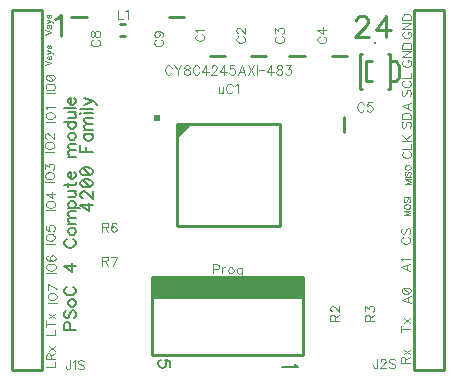
<source format=gbr>
G04 DipTrace 3.1.0.1*
G04 TopSilk.gbr*
%MOIN*%
G04 #@! TF.FileFunction,Legend,Top*
G04 #@! TF.Part,Single*
%ADD10C,0.01*%
%ADD26C,0.01181*%
%ADD28C,0.023646*%
%ADD56C,0.004632*%
%ADD57C,0.010807*%
%ADD58C,0.006176*%
%ADD59C,0.003088*%
%ADD60C,0.00772*%
%FSLAX26Y26*%
G04*
G70*
G90*
G75*
G01*
G04 TopSilk*
%LPD*%
X1112579Y1450767D2*
D10*
X1061437D1*
X1248799D2*
X1197658D1*
X1377933D2*
X1326792D1*
X1519272D2*
X1468130D1*
X1508247Y1198445D2*
Y1249587D1*
X600020Y1581124D2*
X651162D1*
X924036Y1580730D2*
X975177D1*
X403544Y404331D2*
X503544D1*
X403544Y1604331D2*
Y404331D1*
Y1604331D2*
X503544D1*
Y1528731D1*
Y404331D1*
X1742126D2*
X1842126D1*
X1742126Y1604331D2*
Y404331D1*
Y1604331D2*
X1842126D1*
Y1528731D1*
Y404331D1*
X762953Y1559465D2*
X778780D1*
X762953Y1520063D2*
X778780D1*
X1373229Y454327D2*
X867323D1*
Y714173D1*
X1373229D1*
Y454327D1*
G36*
X1369282Y643308D2*
X871269D1*
Y712191D1*
X1369282D1*
Y643308D1*
G37*
X1582671Y1435043D2*
D10*
Y1368117D1*
X1562992Y1460660D2*
Y1342537D1*
X1661414Y1460660D2*
Y1342537D1*
X1582671Y1368117D2*
X1602363D1*
X1582671Y1435043D2*
X1602363D1*
X1562992Y1342537D2*
X1568904D1*
X1562992Y1460660D2*
X1568904D1*
X1661414Y1342537D2*
X1655515D1*
X1661414Y1460660D2*
X1655515D1*
X1661414Y1435043D2*
X1683076D1*
X1690945Y1419296D1*
Y1383883D1*
X1661414Y1368117D2*
X1683076D1*
X1690945Y1383883D1*
D26*
X1612209Y1496100D3*
X951599Y1226748D2*
D10*
X1294071D1*
Y884276D1*
X951599D1*
Y1226748D1*
D28*
X886612Y1244495D3*
G36*
X952378Y1225189D2*
X989744Y1224410D1*
X952378Y1225189D1*
G37*
G36*
X957471Y1228723D2*
X1004710D1*
X949624Y1173636D1*
X957471Y1228723D1*
G37*
X1020710Y1524175D2*
D56*
X1017858Y1522749D1*
X1014973Y1519864D1*
X1013547Y1517012D1*
Y1511275D1*
X1014973Y1508390D1*
X1017858Y1505538D1*
X1020710Y1504079D1*
X1025021Y1502653D1*
X1032217D1*
X1036495Y1504079D1*
X1039380Y1505538D1*
X1042232Y1508390D1*
X1043691Y1511275D1*
Y1517012D1*
X1042232Y1519863D1*
X1039380Y1522749D1*
X1036495Y1524174D1*
X1019317Y1533438D2*
X1017858Y1536323D1*
X1013580Y1540634D1*
X1043691D1*
X1156930Y1517725D2*
X1154078Y1516299D1*
X1151193Y1513414D1*
X1149767Y1510562D1*
Y1504825D1*
X1151193Y1501940D1*
X1154078Y1499088D1*
X1156930Y1497629D1*
X1161241Y1496203D1*
X1168437D1*
X1172715Y1497629D1*
X1175600Y1499088D1*
X1178452Y1501940D1*
X1179911Y1504825D1*
Y1510562D1*
X1178452Y1513413D1*
X1175600Y1516299D1*
X1172715Y1517725D1*
X1156963Y1528447D2*
X1155537D1*
X1152652Y1529873D1*
X1151226Y1531299D1*
X1149800Y1534184D1*
Y1539921D1*
X1151226Y1542773D1*
X1152652Y1544199D1*
X1155537Y1545658D1*
X1158389D1*
X1161274Y1544199D1*
X1165552Y1541347D1*
X1179911Y1526988D1*
Y1547084D1*
X1286064Y1517725D2*
X1283212Y1516299D1*
X1280327Y1513414D1*
X1278901Y1510562D1*
Y1504825D1*
X1280327Y1501940D1*
X1283212Y1499088D1*
X1286064Y1497629D1*
X1290375Y1496203D1*
X1297571D1*
X1301849Y1497629D1*
X1304734Y1499088D1*
X1307586Y1501940D1*
X1309045Y1504825D1*
Y1510562D1*
X1307586Y1513413D1*
X1304734Y1516299D1*
X1301849Y1517725D1*
X1278934Y1529873D2*
Y1545625D1*
X1290408Y1537036D1*
Y1541347D1*
X1291834Y1544199D1*
X1293260Y1545625D1*
X1297571Y1547084D1*
X1300423D1*
X1304734Y1545625D1*
X1307619Y1542773D1*
X1309045Y1538462D1*
Y1534151D1*
X1307619Y1529873D1*
X1306160Y1528447D1*
X1303308Y1526988D1*
X1427403Y1517012D2*
X1424551Y1515586D1*
X1421666Y1512701D1*
X1420240Y1509849D1*
Y1504112D1*
X1421666Y1501227D1*
X1424551Y1498375D1*
X1427403Y1496916D1*
X1431714Y1495490D1*
X1438910D1*
X1443188Y1496916D1*
X1446073Y1498375D1*
X1448925Y1501227D1*
X1450384Y1504112D1*
Y1509849D1*
X1448925Y1512701D1*
X1446073Y1515586D1*
X1443188Y1517012D1*
X1450384Y1540634D2*
X1420273D1*
X1440336Y1526275D1*
Y1547797D1*
X1575205Y1290314D2*
X1573779Y1293166D1*
X1570894Y1296051D1*
X1568042Y1297477D1*
X1562305D1*
X1559420Y1296051D1*
X1556568Y1293166D1*
X1555109Y1290314D1*
X1553683Y1286003D1*
Y1278807D1*
X1555109Y1274529D1*
X1556568Y1271644D1*
X1559420Y1268792D1*
X1562305Y1267333D1*
X1568042D1*
X1570894Y1268792D1*
X1573779Y1271644D1*
X1575205Y1274529D1*
X1601679Y1297444D2*
X1587353D1*
X1585927Y1284544D1*
X1587353Y1285970D1*
X1591664Y1287429D1*
X1595942D1*
X1600253Y1285970D1*
X1603138Y1283118D1*
X1604564Y1278807D1*
Y1275955D1*
X1603138Y1271644D1*
X1600253Y1268759D1*
X1595942Y1267333D1*
X1591664D1*
X1587353Y1268759D1*
X1585927Y1270218D1*
X1584468Y1273070D1*
X672457Y1506345D2*
X669605Y1504919D1*
X666720Y1502034D1*
X665294Y1499182D1*
Y1493445D1*
X666720Y1490560D1*
X669605Y1487708D1*
X672456Y1486249D1*
X676767Y1484823D1*
X683964D1*
X688241Y1486249D1*
X691127Y1487708D1*
X693978Y1490560D1*
X695438Y1493445D1*
Y1499182D1*
X693978Y1502034D1*
X691127Y1504919D1*
X688242Y1506345D1*
X665327Y1522771D2*
X666753Y1518493D1*
X669605Y1517034D1*
X672490D1*
X675342Y1518493D1*
X676801Y1521345D1*
X678227Y1527082D1*
X679653Y1531393D1*
X682538Y1534245D1*
X685390Y1535671D1*
X689701D1*
X692553Y1534245D1*
X694012Y1532819D1*
X695438Y1528508D1*
Y1522771D1*
X694012Y1518493D1*
X692553Y1517034D1*
X689701Y1515608D1*
X685390D1*
X682538Y1517034D1*
X679653Y1519919D1*
X678227Y1524197D1*
X676801Y1529934D1*
X675342Y1532819D1*
X672490Y1534245D1*
X669605D1*
X666753Y1532819D1*
X665327Y1528508D1*
Y1522771D1*
X883308Y1506648D2*
X880456Y1505222D1*
X877571Y1502336D1*
X876145Y1499485D1*
Y1493748D1*
X877571Y1490863D1*
X880456Y1488011D1*
X883308Y1486552D1*
X887619Y1485126D1*
X894815D1*
X899093Y1486552D1*
X901978Y1488011D1*
X904830Y1490863D1*
X906289Y1493748D1*
Y1499485D1*
X904830Y1502336D1*
X901978Y1505222D1*
X899093Y1506647D1*
X886193Y1534581D2*
X890504Y1533122D1*
X893389Y1530270D1*
X894815Y1525959D1*
Y1524533D1*
X893389Y1520222D1*
X890504Y1517370D1*
X886193Y1515911D1*
X884767D1*
X880456Y1517370D1*
X877604Y1520222D1*
X876178Y1524533D1*
Y1525959D1*
X877604Y1530270D1*
X880456Y1533122D1*
X886193Y1534581D1*
X893389D1*
X900552Y1533122D1*
X904863Y1530270D1*
X906289Y1525959D1*
Y1523107D1*
X904863Y1518796D1*
X901978Y1517370D1*
X596081Y438422D2*
Y415474D1*
X594655Y411163D1*
X593196Y409737D1*
X590344Y408278D1*
X587459D1*
X584607Y409737D1*
X583181Y411163D1*
X581722Y415474D1*
Y418326D1*
X605345Y432652D2*
X608230Y434111D1*
X612541Y438389D1*
Y408278D1*
X641900Y434111D2*
X639048Y436996D1*
X634737Y438422D1*
X629000D1*
X624689Y436996D1*
X621804Y434111D1*
Y431259D1*
X623263Y428374D1*
X624689Y426948D1*
X627541Y425522D1*
X636163Y422637D1*
X639048Y421211D1*
X640474Y419752D1*
X641900Y416900D1*
Y412589D1*
X639048Y409737D1*
X634737Y408278D1*
X629000D1*
X624689Y409737D1*
X621804Y412589D1*
X1620340Y442359D2*
Y419411D1*
X1618914Y415100D1*
X1617455Y413674D1*
X1614603Y412215D1*
X1611718D1*
X1608866Y413674D1*
X1607440Y415100D1*
X1605981Y419411D1*
Y422263D1*
X1631063Y435163D2*
Y436589D1*
X1632488Y439474D1*
X1633914Y440900D1*
X1636800Y442326D1*
X1642536D1*
X1645388Y440900D1*
X1646814Y439474D1*
X1648273Y436589D1*
Y433737D1*
X1646814Y430852D1*
X1643962Y426574D1*
X1629603Y412215D1*
X1649699D1*
X1679059Y438048D2*
X1676207Y440933D1*
X1671896Y442359D1*
X1666159D1*
X1661848Y440933D1*
X1658963Y438048D1*
Y435196D1*
X1660422Y432311D1*
X1661848Y430885D1*
X1664700Y429459D1*
X1673322Y426574D1*
X1676207Y425148D1*
X1677633Y423689D1*
X1679059Y420837D1*
Y416526D1*
X1676207Y413674D1*
X1671896Y412215D1*
X1666159D1*
X1661848Y413674D1*
X1658963Y416526D1*
X754031Y1607320D2*
Y1577176D1*
X771242D1*
X780506Y1601550D2*
X783391Y1603009D1*
X787702Y1607287D1*
Y1577176D1*
X1072638Y742322D2*
X1085572D1*
X1089849Y743748D1*
X1091308Y745207D1*
X1092734Y748059D1*
Y752370D1*
X1091308Y755222D1*
X1089849Y756681D1*
X1085572Y758107D1*
X1072638D1*
Y727963D1*
X1101998Y748059D2*
Y727963D1*
Y739437D2*
X1103457Y743748D1*
X1106309Y746633D1*
X1109194Y748059D1*
X1113505D1*
X1129932D2*
X1127080Y746633D1*
X1124195Y743748D1*
X1122769Y739437D1*
Y736585D1*
X1124195Y732274D1*
X1127080Y729422D1*
X1129932Y727963D1*
X1134243D1*
X1137128Y729422D1*
X1139980Y732274D1*
X1141439Y736585D1*
Y739437D1*
X1139980Y743748D1*
X1137128Y746633D1*
X1134243Y748059D1*
X1129932D1*
X1167913Y746633D2*
Y723652D1*
X1166487Y719374D1*
X1165061Y717915D1*
X1162176Y716489D1*
X1157865D1*
X1155013Y717915D1*
X1167913Y742322D2*
X1165061Y745174D1*
X1162176Y746633D1*
X1157865D1*
X1155013Y745174D1*
X1152128Y742322D1*
X1150702Y738011D1*
Y735126D1*
X1152128Y730848D1*
X1155013Y727963D1*
X1157865Y726537D1*
X1162176D1*
X1165061Y727963D1*
X1167913Y730848D1*
X1477512Y570548D2*
Y583448D1*
X1476053Y587759D1*
X1474627Y589218D1*
X1471775Y590644D1*
X1468890D1*
X1466038Y589218D1*
X1464579Y587759D1*
X1463153Y583448D1*
Y570548D1*
X1493297D1*
X1477512Y580596D2*
X1493297Y590644D1*
X1470349Y601367D2*
X1468923D1*
X1466038Y602793D1*
X1464612Y604219D1*
X1463186Y607104D1*
Y612841D1*
X1464612Y615693D1*
X1466038Y617119D1*
X1468923Y618578D1*
X1471775D1*
X1474660Y617119D1*
X1478938Y614267D1*
X1493297Y599908D1*
Y620004D1*
X1594047Y570548D2*
Y583448D1*
X1592588Y587759D1*
X1591162Y589218D1*
X1588311Y590644D1*
X1585425D1*
X1582574Y589218D1*
X1581114Y587759D1*
X1579688Y583448D1*
Y570548D1*
X1609832D1*
X1594047Y580596D2*
X1609832Y590644D1*
X1579722Y602793D2*
Y618545D1*
X1591196Y609956D1*
Y614267D1*
X1592622Y617119D1*
X1594047Y618544D1*
X1598359Y620004D1*
X1601210D1*
X1605521Y618544D1*
X1608406Y615693D1*
X1609832Y611382D1*
Y607071D1*
X1608407Y602793D1*
X1606947Y601367D1*
X1604095Y599908D1*
X703561Y881937D2*
X716461D1*
X720772Y883396D1*
X722231Y884822D1*
X723657Y887674D1*
Y890559D1*
X722231Y893411D1*
X720772Y894870D1*
X716461Y896296D1*
X703561D1*
Y866152D1*
X713609Y881937D2*
X723657Y866152D1*
X750132Y891985D2*
X748706Y894837D1*
X744395Y896263D1*
X741543D1*
X737232Y894837D1*
X734347Y890526D1*
X732921Y883363D1*
Y876200D1*
X734347Y870463D1*
X737232Y867578D1*
X741543Y866152D1*
X742969D1*
X747246Y867578D1*
X750132Y870463D1*
X751557Y874774D1*
Y876200D1*
X750132Y880511D1*
X747246Y883363D1*
X742969Y884789D1*
X741543D1*
X737232Y883363D1*
X734347Y880511D1*
X732921Y876200D1*
X702831Y769339D2*
X715731D1*
X720042Y770798D1*
X721502Y772224D1*
X722927Y775076D1*
Y777961D1*
X721502Y780813D1*
X720042Y782272D1*
X715731Y783698D1*
X702831D1*
Y753554D1*
X712879Y769339D2*
X722927Y753554D1*
X737928D2*
X752287Y783665D1*
X732191D1*
X1091320Y1349240D2*
Y1334881D1*
X1092746Y1330604D1*
X1095631Y1329144D1*
X1099942D1*
X1102794Y1330604D1*
X1107105Y1334881D1*
Y1349240D2*
Y1329144D1*
X1137890Y1352125D2*
X1136464Y1354977D1*
X1133579Y1357862D1*
X1130727Y1359288D1*
X1124990D1*
X1122105Y1357862D1*
X1119253Y1354977D1*
X1117794Y1352125D1*
X1116368Y1347814D1*
Y1340618D1*
X1117794Y1336340D1*
X1119253Y1333455D1*
X1122105Y1330604D1*
X1124990Y1329144D1*
X1130727D1*
X1133579Y1330604D1*
X1136464Y1333455D1*
X1137890Y1336340D1*
X1147154Y1353518D2*
X1150039Y1354977D1*
X1154350Y1359255D1*
Y1329144D1*
X547291Y1575632D2*
D57*
X554023Y1579036D1*
X564082Y1589018D1*
Y1518759D1*
X1550302Y1569155D2*
Y1572482D1*
X1553629Y1579214D1*
X1556956Y1582541D1*
X1563688Y1585868D1*
X1577075D1*
X1583729Y1582541D1*
X1587056Y1579214D1*
X1590461Y1572482D1*
Y1565828D1*
X1587056Y1559096D1*
X1580402Y1549114D1*
X1546897Y1515610D1*
X1593788D1*
X1648907D2*
Y1585868D1*
X1615403Y1539055D1*
X1665621D1*
X596463Y538533D2*
D58*
Y555777D1*
X594562Y561481D1*
X592616Y563426D1*
X588814Y565328D1*
X583066D1*
X579263Y563426D1*
X577318Y561481D1*
X575416Y555777D1*
Y538533D1*
X615608D1*
X581164Y604474D2*
X577318Y600671D1*
X575416Y594923D1*
Y587274D1*
X577318Y581526D1*
X581164Y577679D1*
X584967D1*
X588814Y579625D1*
X590715Y581526D1*
X592616Y585328D1*
X596463Y596824D1*
X598364Y600671D1*
X600310Y602572D1*
X604112Y604474D1*
X609860D1*
X613663Y600671D1*
X615608Y594923D1*
Y587274D1*
X613663Y581526D1*
X609860Y577679D1*
X588814Y626376D2*
X590715Y622573D1*
X594562Y618726D1*
X600310Y616825D1*
X604112D1*
X609860Y618726D1*
X613663Y622573D1*
X615608Y626376D1*
Y632124D1*
X613663Y635970D1*
X609860Y639773D1*
X604112Y641718D1*
X600310D1*
X594562Y639773D1*
X590715Y635970D1*
X588814Y632124D1*
Y626376D1*
X584967Y682766D2*
X581164Y680865D1*
X577318Y677018D1*
X575416Y673215D1*
Y665566D1*
X577318Y661719D1*
X581164Y657917D1*
X584967Y655971D1*
X590715Y654070D1*
X600310D1*
X606013Y655971D1*
X609860Y657917D1*
X613663Y661719D1*
X615608Y665566D1*
Y673215D1*
X613663Y677018D1*
X609860Y680865D1*
X606013Y682766D1*
X615608Y753143D2*
X575460D1*
X602211Y733998D1*
Y762694D1*
X584967Y842622D2*
X581164Y840721D1*
X577318Y836874D1*
X575416Y833071D1*
Y825422D1*
X577318Y821575D1*
X581164Y817773D1*
X584967Y815827D1*
X590715Y813926D1*
X600310D1*
X606013Y815827D1*
X609860Y817773D1*
X613663Y821575D1*
X615608Y825422D1*
Y833071D1*
X613663Y836874D1*
X609860Y840721D1*
X606013Y842622D1*
X588814Y864524D2*
X590715Y860721D1*
X594562Y856875D1*
X600310Y854973D1*
X604112D1*
X609860Y856875D1*
X613663Y860721D1*
X615608Y864524D1*
Y870272D1*
X613663Y874119D1*
X609860Y877921D1*
X604112Y879867D1*
X600310D1*
X594562Y877921D1*
X590715Y874119D1*
X588814Y870272D1*
Y864524D1*
Y892218D2*
X615608D1*
X596463D2*
X590715Y897966D1*
X588814Y901813D1*
Y907517D1*
X590715Y911364D1*
X596463Y913265D1*
X615608D1*
X596463D2*
X590715Y919013D1*
X588814Y922860D1*
Y928563D1*
X590715Y932410D1*
X596463Y934356D1*
X615608D1*
X588814Y946707D2*
X629006D1*
X594562D2*
X590759Y950554D1*
X588814Y954356D1*
Y960104D1*
X590759Y963951D1*
X594562Y967754D1*
X600310Y969699D1*
X604156D1*
X609860Y967754D1*
X613707Y963951D1*
X615608Y960104D1*
Y954356D1*
X613707Y950554D1*
X609860Y946707D1*
X588814Y982051D2*
X607959D1*
X613663Y983952D1*
X615608Y987799D1*
Y993547D1*
X613663Y997349D1*
X607959Y1003097D1*
X588814D2*
X615608D1*
X575416Y1021197D2*
X607959D1*
X613663Y1023098D1*
X615608Y1026945D1*
Y1030747D1*
X588814Y1015449D2*
Y1028846D1*
X600310Y1043099D2*
Y1066047D1*
X596463D1*
X592616Y1064145D1*
X590715Y1062244D1*
X588814Y1058397D1*
Y1052649D1*
X590715Y1048847D1*
X594562Y1045000D1*
X600310Y1043099D1*
X604112D1*
X609860Y1045000D1*
X613663Y1048847D1*
X615608Y1052649D1*
Y1058397D1*
X613663Y1062244D1*
X609860Y1066047D1*
X588814Y1117279D2*
X615608D1*
X596463D2*
X590715Y1123027D1*
X588814Y1126874D1*
Y1132577D1*
X590715Y1136424D1*
X596463Y1138325D1*
X615608D1*
X596463D2*
X590715Y1144073D1*
X588814Y1147920D1*
Y1153624D1*
X590715Y1157471D1*
X596463Y1159416D1*
X615608D1*
X588814Y1181318D2*
X590715Y1177516D1*
X594562Y1173669D1*
X600310Y1171768D1*
X604112D1*
X609860Y1173669D1*
X613663Y1177516D1*
X615608Y1181318D1*
Y1187066D1*
X613663Y1190913D1*
X609860Y1194716D1*
X604112Y1196661D1*
X600310D1*
X594562Y1194716D1*
X590715Y1190913D1*
X588814Y1187066D1*
Y1181318D1*
X575416Y1231960D2*
X615608D1*
X594562D2*
X590715Y1228158D1*
X588814Y1224311D1*
Y1218563D1*
X590715Y1214760D1*
X594562Y1210914D1*
X600310Y1209012D1*
X604112D1*
X609860Y1210914D1*
X613663Y1214760D1*
X615608Y1218563D1*
Y1224311D1*
X613663Y1228158D1*
X609860Y1231960D1*
X588814Y1244312D2*
X607959D1*
X613663Y1246213D1*
X615608Y1250060D1*
Y1255808D1*
X613663Y1259610D1*
X607959Y1265358D1*
X588814D2*
X615608D1*
X575416Y1277710D2*
X615608D1*
X600310Y1290061D2*
Y1313009D1*
X596463D1*
X592616Y1311108D1*
X590715Y1309207D1*
X588814Y1305360D1*
Y1299612D1*
X590715Y1295809D1*
X594562Y1291962D1*
X600310Y1290061D1*
X604112D1*
X609860Y1291962D1*
X613663Y1295809D1*
X615608Y1299612D1*
Y1305360D1*
X613663Y1309207D1*
X609860Y1313009D1*
X670726Y954135D2*
X630579D1*
X657329Y934990D1*
Y963686D1*
X640129Y977983D2*
X638228D1*
X634381Y979884D1*
X632480Y981785D1*
X630579Y985632D1*
Y993281D1*
X632480Y997084D1*
X634381Y998985D1*
X638228Y1000930D1*
X642030D1*
X645877Y998985D1*
X651581Y995182D1*
X670726Y976037D1*
Y1002832D1*
X630579Y1026679D2*
X632480Y1020931D1*
X638228Y1017084D1*
X647779Y1015183D1*
X653527D1*
X663077Y1017084D1*
X668825Y1020931D1*
X670726Y1026679D1*
Y1030482D1*
X668825Y1036230D1*
X663077Y1040032D1*
X653527Y1041978D1*
X647778D1*
X638228Y1040032D1*
X632480Y1036230D1*
X630579Y1030482D1*
Y1026679D1*
X638228Y1040032D2*
X663077Y1017084D1*
X630579Y1065825D2*
X632480Y1060077D1*
X638228Y1056230D1*
X647778Y1054329D1*
X653527D1*
X663077Y1056230D1*
X668825Y1060077D1*
X670726Y1065825D1*
Y1069628D1*
X668825Y1075376D1*
X663077Y1079178D1*
X653527Y1081124D1*
X647778D1*
X638228Y1079178D1*
X632480Y1075376D1*
X630579Y1069628D1*
Y1065825D1*
X638228Y1079178D2*
X663077Y1056230D1*
X630534Y1157249D2*
Y1132356D1*
X670726D1*
X649680D2*
Y1147655D1*
X643932Y1192549D2*
X670726D1*
X649680D2*
X645833Y1188746D1*
X643932Y1184899D1*
Y1179196D1*
X645833Y1175349D1*
X649680Y1171546D1*
X655428Y1169601D1*
X659230D1*
X664978Y1171546D1*
X668781Y1175349D1*
X670726Y1179196D1*
Y1184899D1*
X668781Y1188746D1*
X664978Y1192549D1*
X643932Y1204900D2*
X670726D1*
X651581D2*
X645833Y1210648D1*
X643932Y1214495D1*
Y1220199D1*
X645833Y1224045D1*
X651581Y1225947D1*
X670726D1*
X651581D2*
X645833Y1231695D1*
X643932Y1235541D1*
Y1241245D1*
X645833Y1245092D1*
X651581Y1247038D1*
X670726D1*
X630534Y1259389D2*
X632436Y1261290D1*
X630534Y1263236D1*
X628589Y1261290D1*
X630534Y1259389D1*
X643932Y1261290D2*
X670726D1*
X630534Y1275587D2*
X670726D1*
X643932Y1289884D2*
X670726Y1301336D1*
X678376Y1297533D1*
X682222Y1293687D1*
X684124Y1289884D1*
Y1287938D1*
X643932Y1312832D2*
X670726Y1301336D1*
X934229Y1413610D2*
D56*
X932803Y1416461D1*
X929918Y1419347D1*
X927066Y1420773D1*
X921329D1*
X918444Y1419347D1*
X915592Y1416461D1*
X914133Y1413610D1*
X912707Y1409299D1*
Y1402102D1*
X914133Y1397825D1*
X915592Y1394940D1*
X918444Y1392088D1*
X921329Y1390629D1*
X927066D1*
X929918Y1392088D1*
X932803Y1394940D1*
X934229Y1397825D1*
X943493Y1420773D2*
X954967Y1406413D1*
Y1390629D1*
X966441Y1420773D2*
X954967Y1406413D1*
X982867Y1420739D2*
X978589Y1419313D1*
X977130Y1416461D1*
Y1413576D1*
X978589Y1410725D1*
X981441Y1409265D1*
X987178Y1407839D1*
X991489Y1406413D1*
X994341Y1403528D1*
X995767Y1400677D1*
Y1396365D1*
X994341Y1393514D1*
X992915Y1392054D1*
X988604Y1390629D1*
X982867D1*
X978589Y1392054D1*
X977130Y1393514D1*
X975704Y1396365D1*
Y1400677D1*
X977130Y1403528D1*
X980015Y1406413D1*
X984293Y1407839D1*
X990030Y1409265D1*
X992915Y1410725D1*
X994341Y1413576D1*
Y1416461D1*
X992915Y1419313D1*
X988604Y1420739D1*
X982867D1*
X1026552Y1413610D2*
X1025127Y1416461D1*
X1022241Y1419347D1*
X1019390Y1420773D1*
X1013653D1*
X1010768Y1419347D1*
X1007916Y1416461D1*
X1006456Y1413610D1*
X1005031Y1409299D1*
Y1402102D1*
X1006456Y1397825D1*
X1007916Y1394940D1*
X1010768Y1392088D1*
X1013653Y1390629D1*
X1019390D1*
X1022241Y1392088D1*
X1025127Y1394940D1*
X1026552Y1397825D1*
X1050175Y1390629D2*
Y1420739D1*
X1035816Y1400677D1*
X1057338D1*
X1068061Y1413576D2*
Y1415002D1*
X1069487Y1417887D1*
X1070913Y1419313D1*
X1073798Y1420739D1*
X1079535D1*
X1082387Y1419313D1*
X1083812Y1417887D1*
X1085272Y1415002D1*
Y1412150D1*
X1083812Y1409265D1*
X1080961Y1404988D1*
X1066602Y1390629D1*
X1086698D1*
X1110320D2*
Y1420739D1*
X1095961Y1400677D1*
X1117483D1*
X1143958Y1420739D2*
X1129632D1*
X1128206Y1407839D1*
X1129632Y1409265D1*
X1133943Y1410725D1*
X1138221D1*
X1142532Y1409265D1*
X1145417Y1406413D1*
X1146843Y1402102D1*
Y1399251D1*
X1145417Y1394940D1*
X1142532Y1392054D1*
X1138221Y1390629D1*
X1133943D1*
X1129632Y1392054D1*
X1128206Y1393514D1*
X1126747Y1396365D1*
X1179087Y1390629D2*
X1167580Y1420773D1*
X1156106Y1390629D1*
X1160417Y1400677D2*
X1174776D1*
X1188351Y1420773D2*
X1208447Y1390629D1*
Y1420773D2*
X1188351Y1390629D1*
X1217710Y1420773D2*
Y1390629D1*
X1226974Y1405684D2*
X1243555D1*
X1267177Y1390629D2*
Y1420739D1*
X1252818Y1400677D1*
X1274340D1*
X1290767Y1420739D2*
X1286489Y1419313D1*
X1285030Y1416461D1*
Y1413576D1*
X1286489Y1410725D1*
X1289341Y1409265D1*
X1295078Y1407839D1*
X1299389Y1406413D1*
X1302241Y1403528D1*
X1303667Y1400677D1*
Y1396365D1*
X1302241Y1393514D1*
X1300815Y1392054D1*
X1296504Y1390629D1*
X1290767D1*
X1286489Y1392054D1*
X1285030Y1393514D1*
X1283604Y1396365D1*
Y1400677D1*
X1285030Y1403528D1*
X1287915Y1406413D1*
X1292193Y1407839D1*
X1297930Y1409265D1*
X1300815Y1410725D1*
X1302241Y1413576D1*
Y1416461D1*
X1300815Y1419313D1*
X1296504Y1420739D1*
X1290767D1*
X1315815D2*
X1331567D1*
X1322978Y1409265D1*
X1327289D1*
X1330141Y1407839D1*
X1331567Y1406413D1*
X1333026Y1402102D1*
Y1399251D1*
X1331567Y1394940D1*
X1328715Y1392054D1*
X1324404Y1390629D1*
X1320093D1*
X1315815Y1392054D1*
X1314389Y1393514D1*
X1312930Y1396365D1*
X512294Y1523347D2*
D59*
X532390Y1530997D1*
X512294Y1538646D1*
X521867Y1555345D2*
X519944Y1554394D1*
X518993Y1551520D1*
Y1548646D1*
X519944Y1545772D1*
X521867Y1544822D1*
X523768Y1545772D1*
X524741Y1547696D1*
X525692Y1552471D1*
X526642Y1554394D1*
X528566Y1555345D1*
X529516D1*
X531417Y1554394D1*
X532390Y1551520D1*
Y1548646D1*
X531417Y1545772D1*
X529516Y1544822D1*
X518993Y1562493D2*
X532390Y1568219D1*
X536215Y1566318D1*
X538138Y1564395D1*
X539089Y1562493D1*
Y1561521D1*
X518993Y1573967D2*
X532390Y1568219D1*
X521867Y1590666D2*
X519944Y1589716D1*
X518993Y1586842D1*
Y1583968D1*
X519944Y1581094D1*
X521867Y1580143D1*
X523768Y1581094D1*
X524741Y1583017D1*
X525692Y1587792D1*
X526642Y1589716D1*
X528566Y1590666D1*
X529516D1*
X531417Y1589716D1*
X532390Y1586842D1*
Y1583968D1*
X531417Y1581094D1*
X529516Y1580143D1*
X513082Y1420985D2*
X533178Y1428634D1*
X513082Y1436284D1*
X522654Y1452983D2*
X520731Y1452032D1*
X519780Y1449158D1*
Y1446284D1*
X520731Y1443410D1*
X522654Y1442459D1*
X524556Y1443410D1*
X525528Y1445333D1*
X526479Y1450109D1*
X527430Y1452032D1*
X529353Y1452983D1*
X530304D1*
X532205Y1452032D1*
X533178Y1449158D1*
Y1446284D1*
X532205Y1443410D1*
X530304Y1442459D1*
X519780Y1460131D2*
X533178Y1465857D1*
X537002Y1463956D1*
X538926Y1462032D1*
X539876Y1460131D1*
Y1459158D1*
X519780Y1471605D2*
X533178Y1465857D1*
X522654Y1488304D2*
X520731Y1487353D1*
X519780Y1484479D1*
Y1481605D1*
X520731Y1478731D1*
X522654Y1477781D1*
X524556Y1478731D1*
X525528Y1480655D1*
X526479Y1485430D1*
X527430Y1487353D1*
X529353Y1488304D1*
X530304D1*
X532205Y1487353D1*
X533178Y1484479D1*
Y1481605D1*
X532205Y1478731D1*
X530304Y1477781D1*
X514899Y1328450D2*
D56*
X545043D1*
X514899Y1346336D2*
X516325Y1343451D1*
X519210Y1340599D1*
X522061Y1339140D1*
X526373Y1337714D1*
X533569D1*
X537846Y1339140D1*
X540732Y1340599D1*
X543583Y1343451D1*
X545043Y1346336D1*
Y1352073D1*
X543583Y1354924D1*
X540732Y1357810D1*
X537846Y1359235D1*
X533569Y1360661D1*
X526373D1*
X522062Y1359236D1*
X519210Y1357810D1*
X516325Y1354925D1*
X514899Y1352073D1*
Y1346336D1*
X514932Y1378547D2*
X516358Y1374236D1*
X520669Y1371351D1*
X527832Y1369925D1*
X532143D1*
X539306Y1371351D1*
X543617Y1374236D1*
X545043Y1378547D1*
Y1381399D1*
X543617Y1385710D1*
X539306Y1388562D1*
X532143Y1390021D1*
X527832D1*
X520669Y1388562D1*
X516358Y1385710D1*
X514932Y1381399D1*
Y1378547D1*
X520669Y1388562D2*
X539306Y1371351D1*
X512143Y1133962D2*
X542287D1*
X512143Y1151847D2*
X513569Y1148962D1*
X516454Y1146111D1*
X519306Y1144651D1*
X523617Y1143225D1*
X530813D1*
X535091Y1144651D1*
X537976Y1146110D1*
X540828Y1148962D1*
X542287Y1151847D1*
Y1157584D1*
X540828Y1160436D1*
X537976Y1163321D1*
X535091Y1164747D1*
X530813Y1166173D1*
X523617D1*
X519306Y1164747D1*
X516454Y1163321D1*
X513569Y1160436D1*
X512143Y1157584D1*
Y1151847D1*
X519339Y1176896D2*
X517913D1*
X515028Y1178322D1*
X513602Y1179748D1*
X512176Y1182633D1*
Y1188370D1*
X513602Y1191222D1*
X515028Y1192648D1*
X517913Y1194107D1*
X520765D1*
X523650Y1192648D1*
X527928Y1189796D1*
X542287Y1175437D1*
Y1195533D1*
X512930Y1032387D2*
X543074D1*
X512930Y1050273D2*
X514356Y1047388D1*
X517241Y1044536D1*
X520093Y1043077D1*
X524404Y1041651D1*
X531600D1*
X535878Y1043077D1*
X538763Y1044536D1*
X541615Y1047388D1*
X543074Y1050273D1*
Y1056010D1*
X541615Y1058861D1*
X538763Y1061747D1*
X535878Y1063173D1*
X531600Y1064598D1*
X524404D1*
X520093Y1063173D1*
X517241Y1061747D1*
X514356Y1058862D1*
X512930Y1056010D1*
Y1050273D1*
X512963Y1076747D2*
Y1092499D1*
X524437Y1083910D1*
Y1088221D1*
X525863Y1091073D1*
X527289Y1092499D1*
X531600Y1093958D1*
X534452D1*
X538763Y1092499D1*
X541648Y1089647D1*
X543074Y1085336D1*
Y1081025D1*
X541648Y1076747D1*
X540189Y1075321D1*
X537337Y1073862D1*
X515686Y937505D2*
X545830D1*
X515686Y955391D2*
X517112Y952506D1*
X519997Y949654D1*
X522849Y948195D1*
X527160Y946769D1*
X534356D1*
X538634Y948195D1*
X541519Y949654D1*
X544371Y952506D1*
X545830Y955391D1*
Y961128D1*
X544371Y963980D1*
X541519Y966865D1*
X538634Y968291D1*
X534356Y969717D1*
X527160D1*
X522849Y968291D1*
X519997Y966865D1*
X517112Y963980D1*
X515686Y961128D1*
Y955391D1*
X545830Y993339D2*
X515719D1*
X535782Y978980D1*
Y1000502D1*
X514111Y1232781D2*
X544255D1*
X514111Y1250666D2*
X515537Y1247781D1*
X518422Y1244929D1*
X521274Y1243470D1*
X525585Y1242044D1*
X532781D1*
X537059Y1243470D1*
X539944Y1244929D1*
X542796Y1247781D1*
X544255Y1250666D1*
Y1256403D1*
X542796Y1259255D1*
X539944Y1262140D1*
X537059Y1263566D1*
X532781Y1264992D1*
X525585D1*
X521274Y1263566D1*
X518422Y1262140D1*
X515537Y1259255D1*
X514111Y1256403D1*
Y1250666D1*
X519881Y1274256D2*
X518422Y1277141D1*
X514144Y1281452D1*
X544255D1*
X514505Y827269D2*
X544649D1*
X514505Y845155D2*
X515931Y842269D1*
X518816Y839418D1*
X521668Y837958D1*
X525979Y836533D1*
X533175D1*
X537453Y837958D1*
X540338Y839418D1*
X543190Y842269D1*
X544649Y845154D1*
Y850891D1*
X543190Y853743D1*
X540338Y856628D1*
X537453Y858054D1*
X533175Y859480D1*
X525979D1*
X521668Y858054D1*
X518816Y856628D1*
X515931Y853743D1*
X514505Y850892D1*
Y845155D1*
X514538Y885955D2*
Y871629D1*
X527438Y870203D1*
X526012Y871629D1*
X524553Y875940D1*
Y880218D1*
X526012Y884529D1*
X528864Y887414D1*
X533175Y888840D1*
X536027D1*
X540338Y887414D1*
X543223Y884529D1*
X544649Y880218D1*
Y875940D1*
X543223Y871629D1*
X541764Y870203D1*
X538912Y868744D1*
X517261Y728056D2*
X547405D1*
X517261Y745942D2*
X518687Y743057D1*
X521572Y740205D1*
X524424Y738746D1*
X528735Y737320D1*
X535931D1*
X540209Y738746D1*
X543094Y740205D1*
X545946Y743057D1*
X547405Y745942D1*
Y751679D1*
X545946Y754531D1*
X543094Y757416D1*
X540209Y758842D1*
X535931Y760268D1*
X528735D1*
X524424Y758842D1*
X521572Y757416D1*
X518687Y754531D1*
X517261Y751679D1*
Y745942D1*
X521572Y786742D2*
X518720Y785316D1*
X517294Y781005D1*
Y778153D1*
X518720Y773842D1*
X523031Y770957D1*
X530194Y769531D1*
X537357D1*
X543094Y770957D1*
X545979Y773842D1*
X547405Y778153D1*
Y779579D1*
X545979Y783857D1*
X543094Y786742D1*
X538783Y788168D1*
X537357D1*
X533046Y786742D1*
X530194Y783857D1*
X528768Y779579D1*
Y778153D1*
X530194Y773842D1*
X533046Y770957D1*
X537357Y769531D1*
X520804Y630025D2*
X550948D1*
X520804Y647910D2*
X522230Y645025D1*
X525115Y642173D1*
X527967Y640714D1*
X532278Y639288D1*
X539474D1*
X543752Y640714D1*
X546637Y642173D1*
X549489Y645025D1*
X550948Y647910D1*
Y653647D1*
X549489Y656499D1*
X546637Y659384D1*
X543752Y660810D1*
X539474Y662236D1*
X532278D1*
X527967Y660810D1*
X525115Y659384D1*
X522230Y656499D1*
X520804Y653647D1*
Y647910D1*
X550948Y677237D2*
X520837Y691596D1*
Y671500D1*
X516867Y414671D2*
X547011D1*
Y431881D1*
X531226Y441145D2*
Y454045D1*
X529767Y458356D1*
X528341Y459815D1*
X525489Y461241D1*
X522604D1*
X519752Y459815D1*
X518293Y458356D1*
X516867Y454045D1*
Y441145D1*
X547011D1*
X531226Y451193D2*
X547011Y461241D1*
X526915Y470504D2*
X547011Y486289D1*
X526915D2*
X547011Y470504D1*
X515686Y521757D2*
X545830D1*
Y538968D1*
X515686Y558280D2*
X545830D1*
X515686Y548232D2*
Y568328D1*
X525734Y577591D2*
X545830Y593376D1*
X525734D2*
X545830Y577591D1*
X1710250Y1533830D2*
X1707399Y1532404D1*
X1704514Y1529519D1*
X1703088Y1526667D1*
Y1520930D1*
X1704513Y1518045D1*
X1707399Y1515193D1*
X1710250Y1513734D1*
X1714561Y1512308D1*
X1721758D1*
X1726035Y1513734D1*
X1728921Y1515193D1*
X1731772Y1518045D1*
X1733232Y1520930D1*
Y1526667D1*
X1731772Y1529519D1*
X1728921Y1532404D1*
X1726035Y1533830D1*
X1721758D1*
Y1526667D1*
X1703088Y1563190D2*
X1733232D1*
X1703088Y1543094D1*
X1733232D1*
X1703088Y1572453D2*
X1733232D1*
Y1582501D1*
X1731772Y1586812D1*
X1728921Y1589697D1*
X1726035Y1591123D1*
X1721758Y1592549D1*
X1714561D1*
X1710250Y1591123D1*
X1707399Y1589697D1*
X1704514Y1586812D1*
X1703088Y1582501D1*
Y1572453D1*
X1709857Y1438555D2*
X1707005Y1437129D1*
X1704120Y1434244D1*
X1702694Y1431392D1*
Y1425655D1*
X1704120Y1422770D1*
X1707005Y1419918D1*
X1709857Y1418459D1*
X1714168Y1417033D1*
X1721364D1*
X1725642Y1418459D1*
X1728527Y1419918D1*
X1731379Y1422770D1*
X1732838Y1425655D1*
Y1431392D1*
X1731379Y1434244D1*
X1728527Y1437129D1*
X1725642Y1438555D1*
X1721364D1*
Y1431392D1*
X1702694Y1467914D2*
X1732838D1*
X1702694Y1447818D1*
X1732838D1*
X1702694Y1477178D2*
X1732838D1*
Y1487226D1*
X1731379Y1491537D1*
X1728527Y1494422D1*
X1725642Y1495848D1*
X1721364Y1497274D1*
X1714168D1*
X1709857Y1495848D1*
X1707005Y1494422D1*
X1704120Y1491537D1*
X1702694Y1487226D1*
Y1477178D1*
X1706217Y1339491D2*
X1703332Y1336639D1*
X1701906Y1332328D1*
Y1326591D1*
X1703332Y1322280D1*
X1706217Y1319395D1*
X1709069D1*
X1711954Y1320854D1*
X1713380Y1322280D1*
X1714806Y1325132D1*
X1717691Y1333754D1*
X1719117Y1336639D1*
X1720577Y1338065D1*
X1723428Y1339491D1*
X1727739D1*
X1730591Y1336639D1*
X1732050Y1332328D1*
Y1326591D1*
X1730591Y1322280D1*
X1727739Y1319395D1*
X1709069Y1370276D2*
X1706217Y1368850D1*
X1703332Y1365965D1*
X1701906Y1363113D1*
Y1357377D1*
X1703332Y1354491D1*
X1706217Y1351640D1*
X1709069Y1350180D1*
X1713380Y1348754D1*
X1720577D1*
X1724854Y1350180D1*
X1727739Y1351639D1*
X1730591Y1354491D1*
X1732050Y1357376D1*
Y1363113D1*
X1730591Y1365965D1*
X1727739Y1368850D1*
X1724854Y1370276D1*
X1701906Y1379540D2*
X1732050D1*
Y1396751D1*
X1705824Y1233979D2*
X1702939Y1231127D1*
X1701513Y1226816D1*
Y1221079D1*
X1702939Y1216768D1*
X1705824Y1213883D1*
X1708676D1*
X1711561Y1215342D1*
X1712987Y1216768D1*
X1714413Y1219620D1*
X1717298Y1228242D1*
X1718724Y1231127D1*
X1720183Y1232553D1*
X1723035Y1233979D1*
X1727346D1*
X1730198Y1231127D1*
X1731657Y1226816D1*
Y1221079D1*
X1730198Y1216768D1*
X1727346Y1213883D1*
X1701513Y1243243D2*
X1731657D1*
Y1253291D1*
X1730198Y1257602D1*
X1727346Y1260487D1*
X1724461Y1261913D1*
X1720183Y1263339D1*
X1712987D1*
X1708676Y1261913D1*
X1705824Y1260487D1*
X1702939Y1257602D1*
X1701513Y1253291D1*
Y1243243D1*
X1731657Y1295583D2*
X1701513Y1284076D1*
X1731657Y1272602D1*
X1721609Y1276913D2*
Y1291272D1*
X1709857Y1134224D2*
X1707005Y1132798D1*
X1704120Y1129913D1*
X1702694Y1127061D1*
Y1121324D1*
X1704120Y1118439D1*
X1707005Y1115587D1*
X1709857Y1114128D1*
X1714168Y1112702D1*
X1721364D1*
X1725642Y1114128D1*
X1728527Y1115587D1*
X1731379Y1118439D1*
X1732838Y1121324D1*
Y1127061D1*
X1731379Y1129913D1*
X1728527Y1132798D1*
X1725642Y1134224D1*
X1702694Y1143488D2*
X1732838Y1143487D1*
Y1160698D1*
X1702694Y1169962D2*
X1732838D1*
X1702694Y1190058D2*
X1722790Y1169962D1*
X1715594Y1177125D2*
X1732838Y1190058D1*
X1731603Y1041402D2*
D59*
X1711507D1*
X1731603Y1033753D1*
X1711507Y1026103D1*
X1731603D1*
X1711507Y1047578D2*
X1731603D1*
X1714381Y1067151D2*
X1712457Y1065249D1*
X1711507Y1062375D1*
Y1058551D1*
X1712457Y1055677D1*
X1714381Y1053753D1*
X1716282D1*
X1718206Y1054726D1*
X1719156Y1055677D1*
X1720107Y1057578D1*
X1722030Y1063326D1*
X1722981Y1065249D1*
X1723954Y1066200D1*
X1725855Y1067151D1*
X1728729D1*
X1730630Y1065249D1*
X1731603Y1062375D1*
Y1058551D1*
X1730630Y1055677D1*
X1728729Y1053753D1*
X1711507Y1079074D2*
X1712457Y1077151D1*
X1714381Y1075250D1*
X1716282Y1074277D1*
X1719156Y1073326D1*
X1723954D1*
X1726805Y1074277D1*
X1728729Y1075250D1*
X1730630Y1077151D1*
X1731603Y1079074D1*
Y1082899D1*
X1730630Y1084800D1*
X1728729Y1086724D1*
X1726805Y1087674D1*
X1723954Y1088625D1*
X1719156D1*
X1716282Y1087674D1*
X1714381Y1086724D1*
X1712457Y1084800D1*
X1711507Y1082899D1*
Y1079074D1*
X1729634Y936677D2*
X1709538D1*
X1729634Y929028D1*
X1709538Y921379D1*
X1729634D1*
X1709538Y948601D2*
X1710489Y946678D1*
X1712412Y944777D1*
X1714314Y943804D1*
X1717188Y942853D1*
X1721985D1*
X1724837Y943804D1*
X1726760Y944776D1*
X1728662Y946678D1*
X1729634Y948601D1*
Y952426D1*
X1728662Y954327D1*
X1726760Y956250D1*
X1724837Y957201D1*
X1721985Y958152D1*
X1717188D1*
X1714314Y957201D1*
X1712412Y956250D1*
X1710489Y954327D1*
X1709538Y952426D1*
Y948601D1*
X1712412Y977725D2*
X1710489Y975823D1*
X1709538Y972949D1*
Y969125D1*
X1710489Y966251D1*
X1712412Y964327D1*
X1714314D1*
X1716237Y965300D1*
X1717188Y966251D1*
X1718138Y968152D1*
X1720062Y973900D1*
X1721012Y975823D1*
X1721985Y976774D1*
X1723886Y977725D1*
X1726760D1*
X1728662Y975823D1*
X1729634Y972949D1*
Y969125D1*
X1728662Y966251D1*
X1726760Y964327D1*
X1709538Y983900D2*
X1729634D1*
X1707101Y848641D2*
D56*
X1704249Y847215D1*
X1701364Y844330D1*
X1699938Y841478D1*
Y835741D1*
X1701364Y832856D1*
X1704249Y830004D1*
X1707101Y828545D1*
X1711412Y827119D1*
X1718608D1*
X1722886Y828545D1*
X1725771Y830004D1*
X1728623Y832856D1*
X1730082Y835741D1*
Y841478D1*
X1728623Y844330D1*
X1725771Y847215D1*
X1722886Y848641D1*
X1704249Y878001D2*
X1701364Y875149D1*
X1699938Y870838D1*
Y865101D1*
X1701364Y860790D1*
X1704249Y857905D1*
X1707101D1*
X1709986Y859364D1*
X1711412Y860790D1*
X1712838Y863642D1*
X1715723Y872264D1*
X1717149Y875149D1*
X1718608Y876575D1*
X1721460Y878001D1*
X1725771D1*
X1728623Y875149D1*
X1730082Y870838D1*
Y865101D1*
X1728623Y860790D1*
X1725771Y857905D1*
X1729295Y760092D2*
X1699151Y748585D1*
X1729294Y737112D1*
X1719247Y741423D2*
Y755781D1*
X1704921Y769356D2*
X1703462Y772241D1*
X1699184Y776552D1*
X1729295D1*
X1730869Y651037D2*
X1700725Y639530D1*
X1730869Y628056D1*
X1720821Y632367D2*
Y646726D1*
X1700759Y668923D2*
X1702184Y664612D1*
X1706496Y661727D1*
X1713658Y660301D1*
X1717969D1*
X1725132Y661727D1*
X1729443Y664612D1*
X1730869Y668923D1*
Y671775D1*
X1729443Y676086D1*
X1725132Y678938D1*
X1717969Y680397D1*
X1713658D1*
X1706495Y678938D1*
X1702184Y676086D1*
X1700759Y671775D1*
Y668923D1*
X1706495Y678938D2*
X1725132Y661727D1*
X1698363Y543616D2*
X1728507D1*
X1698363Y533568D2*
Y553664D1*
X1708411Y562928D2*
X1728507Y578713D1*
X1708411D2*
X1728507Y562928D1*
X1713510Y428844D2*
Y441744D1*
X1712050Y446055D1*
X1710625Y447514D1*
X1707773Y448940D1*
X1704888D1*
X1702036Y447514D1*
X1700576Y446055D1*
X1699151Y441744D1*
X1699150Y428844D1*
X1729294D1*
X1713510Y438892D2*
X1729295Y448940D1*
X1709199Y458203D2*
X1729295Y473988D1*
X1709199D2*
X1729295Y458203D1*
X1344478Y426681D2*
D60*
X1346909Y421872D1*
X1354039Y414687D1*
X1303854D1*
X930306Y417273D2*
D58*
Y436374D1*
X913106Y438275D1*
X915007Y436374D1*
X916953Y430626D1*
Y424922D1*
X915007Y419174D1*
X911205Y415327D1*
X905457Y413426D1*
X901654D1*
X895906Y415327D1*
X892059Y419174D1*
X890158Y424922D1*
Y430626D1*
X892059Y436374D1*
X894005Y438275D1*
X897807Y440221D1*
M02*

</source>
